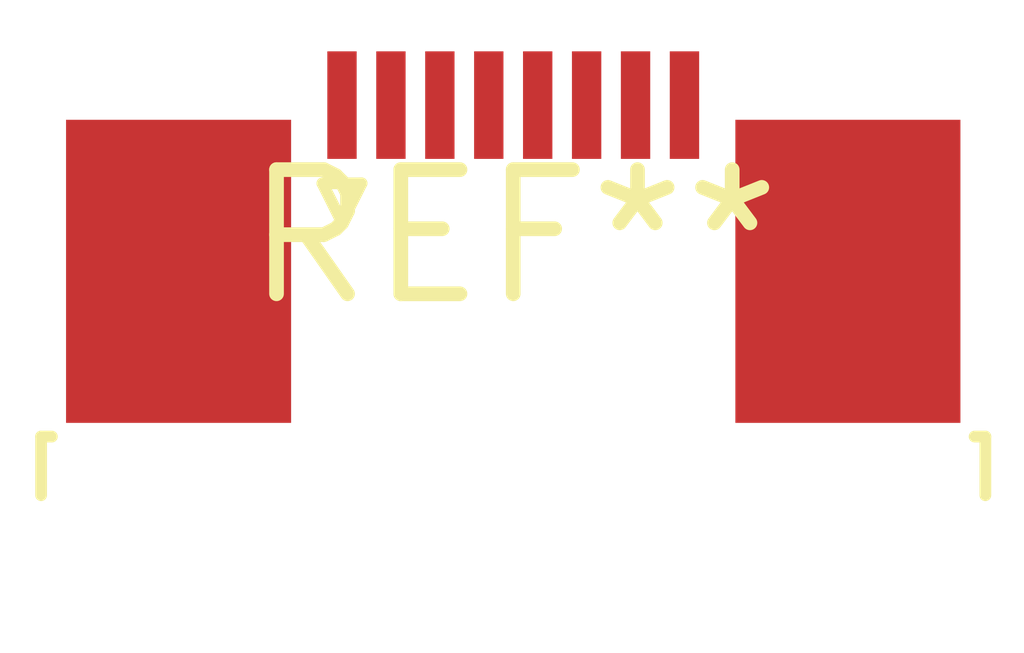
<source format=kicad_pcb>
(kicad_pcb (version 20240108) (generator pcbnew)
  (layers (0 "F.Cu" signal) (31 "B.Cu" signal) (34 "B.Paste" user) (35 "F.Paste" user) (36 "B.SilkS" user "B.Silkscreen") (37 "F.SilkS" user "F.Silkscreen") (38 "B.Mask" user) (39 "F.Mask" user) (44 "Edge.Cuts" user))
  (net 0 "")
  (footprint "TE_0-1734839-8_1x08-1MP_P0.5mm_Horizontal" (layer "F.Cu") (at 0 0)
    (property "Reference" "REF**")
    (property "Value" "PCB Edge")
    (fp_line (start -4.825 2.04) (end -4.825 2.64) (layer "F.SilkS") (stroke (width 0.12)))
    (fp_line (start -4.715 2.04) (end -4.825 2.04) (layer "F.SilkS") (stroke (width 0.12)))
    (fp_line (start -1.95 -0.55) (end -1.75 -0.15) (layer "F.SilkS") (stroke (width 0.12)))
    (fp_line (start -1.75 -0.15) (end -1.55 -0.55) (layer "F.SilkS") (stroke (width 0.12)))
    (fp_line (start -1.55 -0.55) (end -1.95 -0.55) (layer "F.SilkS") (stroke (width 0.12)))
    (fp_line (start 4.715 2.04) (end 4.825 2.04) (layer "F.SilkS") (stroke (width 0.12)))
    (fp_line (start 4.825 2.04) (end 4.825 2.64) (layer "F.SilkS") (stroke (width 0.12)))
    (pad "1" smd rect (at -1.75 -1.35) (size 0.3 1.1) (layers "F.Cu" "F.Paste" "F.Mask"))
    (pad "2" smd rect (at -1.25 -1.35) (size 0.3 1.1) (layers "F.Cu" "F.Paste" "F.Mask"))
    (pad "3" smd rect (at -0.75 -1.35) (size 0.3 1.1) (layers "F.Cu" "F.Paste" "F.Mask"))
    (pad "4" smd rect (at -0.25 -1.35) (size 0.3 1.1) (layers "F.Cu" "F.Paste" "F.Mask"))
    (pad "5" smd rect (at 0.25 -1.35) (size 0.3 1.1) (layers "F.Cu" "F.Paste" "F.Mask"))
    (pad "6" smd rect (at 0.75 -1.35) (size 0.3 1.1) (layers "F.Cu" "F.Paste" "F.Mask"))
    (pad "7" smd rect (at 1.25 -1.35) (size 0.3 1.1) (layers "F.Cu" "F.Paste" "F.Mask"))
    (pad "8" smd rect (at 1.75 -1.35) (size 0.3 1.1) (layers "F.Cu" "F.Paste" "F.Mask"))
    (pad "MP" smd rect (at -3.42 0.35) (size 2.3 3.1) (layers "F.Cu" "F.Paste" "F.Mask"))
    (pad "MP" smd rect (at 3.42 0.35) (size 2.3 3.1) (layers "F.Cu" "F.Paste" "F.Mask"))
  )
)
</source>
